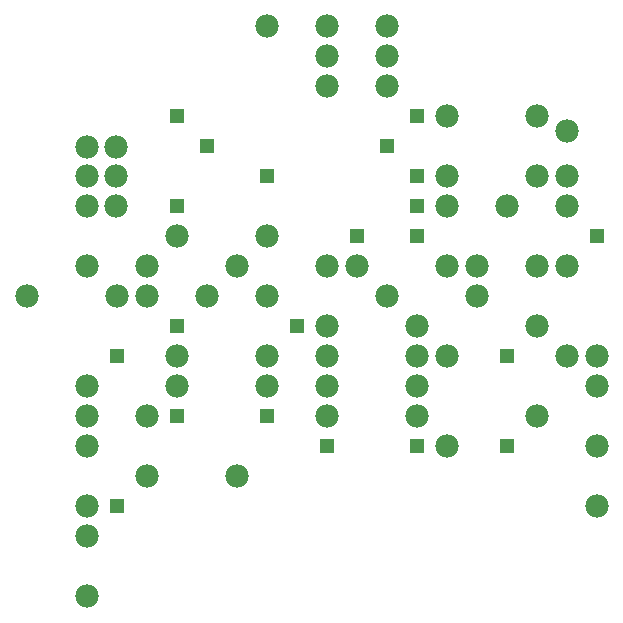
<source format=gts>
G75*
%MOIN*%
%OFA0B0*%
%FSLAX25Y25*%
%IPPOS*%
%LPD*%
%AMOC8*
5,1,8,0,0,1.08239X$1,22.5*
%
%ADD10C,0.07800*%
%ADD11R,0.05156X0.05156*%
D10*
X0040337Y0016000D03*
X0040337Y0036000D03*
X0040337Y0046000D03*
X0060337Y0056000D03*
X0040337Y0066000D03*
X0040337Y0076000D03*
X0040337Y0086000D03*
X0060337Y0076000D03*
X0070337Y0086000D03*
X0070337Y0096000D03*
X0060337Y0116000D03*
X0050337Y0116000D03*
X0040337Y0126000D03*
X0060337Y0126000D03*
X0070337Y0136000D03*
X0090337Y0126000D03*
X0100337Y0136000D03*
X0120337Y0126000D03*
X0130337Y0126000D03*
X0140337Y0116000D03*
X0150337Y0106000D03*
X0150337Y0096000D03*
X0150337Y0086000D03*
X0160337Y0096000D03*
X0150337Y0076000D03*
X0160337Y0066000D03*
X0190337Y0076000D03*
X0210337Y0066000D03*
X0210337Y0086000D03*
X0210337Y0096000D03*
X0200337Y0096000D03*
X0190337Y0106000D03*
X0170337Y0116000D03*
X0170337Y0126000D03*
X0160337Y0126000D03*
X0160337Y0146000D03*
X0160337Y0156000D03*
X0180337Y0146000D03*
X0190337Y0156000D03*
X0200337Y0156000D03*
X0200337Y0146000D03*
X0200337Y0126000D03*
X0190337Y0126000D03*
X0200337Y0171000D03*
X0190337Y0176000D03*
X0160337Y0176000D03*
X0140337Y0186000D03*
X0140337Y0196000D03*
X0140337Y0206000D03*
X0120337Y0206000D03*
X0120337Y0196000D03*
X0120337Y0186000D03*
X0100337Y0206000D03*
X0050022Y0165685D03*
X0040337Y0165685D03*
X0040337Y0156000D03*
X0040337Y0146315D03*
X0050022Y0146315D03*
X0050022Y0156000D03*
X0020337Y0116000D03*
X0080337Y0116000D03*
X0100337Y0116000D03*
X0120337Y0106000D03*
X0120337Y0096000D03*
X0120337Y0086000D03*
X0120337Y0076000D03*
X0100337Y0086000D03*
X0100337Y0096000D03*
X0090337Y0056000D03*
X0210337Y0046000D03*
D11*
X0180337Y0066000D03*
X0150337Y0066000D03*
X0120337Y0066000D03*
X0100337Y0076000D03*
X0070337Y0076000D03*
X0050337Y0096000D03*
X0070337Y0106000D03*
X0110337Y0106000D03*
X0130337Y0136000D03*
X0150337Y0136000D03*
X0150337Y0146000D03*
X0150337Y0156000D03*
X0160337Y0156000D03*
X0140337Y0166000D03*
X0150337Y0176000D03*
X0100337Y0156000D03*
X0080337Y0166000D03*
X0070337Y0176000D03*
X0070337Y0146000D03*
X0180337Y0096000D03*
X0210337Y0136000D03*
X0050337Y0046000D03*
M02*

</source>
